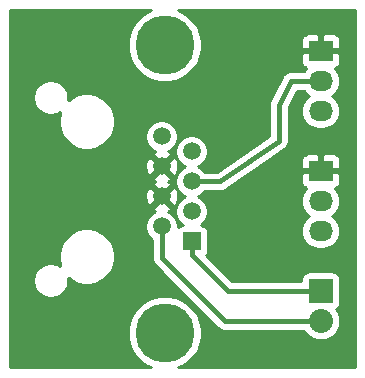
<source format=gbr>
G04 #@! TF.GenerationSoftware,KiCad,Pcbnew,(5.1.2-1)-1*
G04 #@! TF.CreationDate,2019-05-30T18:56:23+02:00*
G04 #@! TF.ProjectId,BBC Joystick Connector,42424320-4a6f-4797-9374-69636b20436f,rev?*
G04 #@! TF.SameCoordinates,Original*
G04 #@! TF.FileFunction,Copper,L2,Bot*
G04 #@! TF.FilePolarity,Positive*
%FSLAX46Y46*%
G04 Gerber Fmt 4.6, Leading zero omitted, Abs format (unit mm)*
G04 Created by KiCad (PCBNEW (5.1.2-1)-1) date 2019-05-30 18:56:23*
%MOMM*%
%LPD*%
G04 APERTURE LIST*
%ADD10C,5.000000*%
%ADD11O,2.032000X2.032000*%
%ADD12R,2.032000X2.032000*%
%ADD13O,2.032000X1.727200*%
%ADD14R,2.032000X1.727200*%
%ADD15C,1.501140*%
%ADD16R,1.501140X1.501140*%
%ADD17C,0.400000*%
%ADD18C,0.254000*%
G04 APERTURE END LIST*
D10*
X134112000Y-60452000D03*
X134112000Y-36068000D03*
D11*
X147320000Y-59436000D03*
D12*
X147320000Y-56896000D03*
D13*
X147320000Y-51816000D03*
X147320000Y-49276000D03*
D14*
X147320000Y-46736000D03*
D13*
X147320000Y-41656000D03*
X147320000Y-39116000D03*
D14*
X147320000Y-36576000D03*
D15*
X133858000Y-43815000D03*
X133858000Y-51435000D03*
X136398000Y-50165000D03*
X133858000Y-48895000D03*
X136398000Y-47625000D03*
X133858000Y-46355000D03*
X136398000Y-45085000D03*
D16*
X136398000Y-52705000D03*
D17*
X133858000Y-51435000D02*
X133858000Y-54102000D01*
X139192000Y-59436000D02*
X147320000Y-59436000D01*
X133858000Y-54102000D02*
X139192000Y-59436000D01*
X143764000Y-41148000D02*
X144780000Y-39116000D01*
X144780000Y-39116000D02*
X147320000Y-39116000D01*
X143764000Y-44196000D02*
X143764000Y-41148000D01*
X138811000Y-47625000D02*
X143764000Y-44196000D01*
X136398000Y-47625000D02*
X138811000Y-47625000D01*
X145904000Y-56896000D02*
X147320000Y-56896000D01*
X139438430Y-56896000D02*
X145904000Y-56896000D01*
X136398000Y-53855570D02*
X139438430Y-56896000D01*
X136398000Y-52705000D02*
X136398000Y-53855570D01*
D18*
G36*
X132627021Y-33289799D02*
G01*
X132113554Y-33632886D01*
X131676886Y-34069554D01*
X131333799Y-34583021D01*
X131097476Y-35153554D01*
X130977000Y-35759229D01*
X130977000Y-36376771D01*
X131097476Y-36982446D01*
X131333799Y-37552979D01*
X131676886Y-38066446D01*
X132113554Y-38503114D01*
X132627021Y-38846201D01*
X133197554Y-39082524D01*
X133803229Y-39203000D01*
X134420771Y-39203000D01*
X135026446Y-39082524D01*
X135596979Y-38846201D01*
X136110446Y-38503114D01*
X136547114Y-38066446D01*
X136890201Y-37552979D01*
X137126524Y-36982446D01*
X137247000Y-36376771D01*
X137247000Y-35759229D01*
X137237686Y-35712400D01*
X145665928Y-35712400D01*
X145669000Y-36290250D01*
X145827750Y-36449000D01*
X147193000Y-36449000D01*
X147193000Y-35236150D01*
X147447000Y-35236150D01*
X147447000Y-36449000D01*
X148812250Y-36449000D01*
X148971000Y-36290250D01*
X148974072Y-35712400D01*
X148961812Y-35587918D01*
X148925502Y-35468220D01*
X148866537Y-35357906D01*
X148787185Y-35261215D01*
X148690494Y-35181863D01*
X148580180Y-35122898D01*
X148460482Y-35086588D01*
X148336000Y-35074328D01*
X147605750Y-35077400D01*
X147447000Y-35236150D01*
X147193000Y-35236150D01*
X147034250Y-35077400D01*
X146304000Y-35074328D01*
X146179518Y-35086588D01*
X146059820Y-35122898D01*
X145949506Y-35181863D01*
X145852815Y-35261215D01*
X145773463Y-35357906D01*
X145714498Y-35468220D01*
X145678188Y-35587918D01*
X145665928Y-35712400D01*
X137237686Y-35712400D01*
X137126524Y-35153554D01*
X136890201Y-34583021D01*
X136547114Y-34069554D01*
X136110446Y-33632886D01*
X135596979Y-33289799D01*
X135252232Y-33147000D01*
X150241000Y-33147000D01*
X150241000Y-63373000D01*
X135252232Y-63373000D01*
X135596979Y-63230201D01*
X136110446Y-62887114D01*
X136547114Y-62450446D01*
X136890201Y-61936979D01*
X137126524Y-61366446D01*
X137247000Y-60760771D01*
X137247000Y-60143229D01*
X137126524Y-59537554D01*
X136890201Y-58967021D01*
X136547114Y-58453554D01*
X136110446Y-58016886D01*
X135596979Y-57673799D01*
X135026446Y-57437476D01*
X134420771Y-57317000D01*
X133803229Y-57317000D01*
X133197554Y-57437476D01*
X132627021Y-57673799D01*
X132113554Y-58016886D01*
X131676886Y-58453554D01*
X131333799Y-58967021D01*
X131097476Y-59537554D01*
X130977000Y-60143229D01*
X130977000Y-60760771D01*
X131097476Y-61366446D01*
X131333799Y-61936979D01*
X131676886Y-62450446D01*
X132113554Y-62887114D01*
X132627021Y-63230201D01*
X132971768Y-63373000D01*
X121031000Y-63373000D01*
X121031000Y-55863740D01*
X122973000Y-55863740D01*
X122973000Y-56156260D01*
X123030068Y-56443158D01*
X123142010Y-56713411D01*
X123304525Y-56956632D01*
X123511368Y-57163475D01*
X123754589Y-57325990D01*
X124024842Y-57437932D01*
X124311740Y-57495000D01*
X124604260Y-57495000D01*
X124891158Y-57437932D01*
X125161411Y-57325990D01*
X125404632Y-57163475D01*
X125611475Y-56956632D01*
X125773990Y-56713411D01*
X125885932Y-56443158D01*
X125943000Y-56156260D01*
X125943000Y-55863740D01*
X125922927Y-55762826D01*
X125987651Y-55827550D01*
X126378279Y-56088560D01*
X126812321Y-56268346D01*
X127273098Y-56360000D01*
X127742902Y-56360000D01*
X128203679Y-56268346D01*
X128637721Y-56088560D01*
X129028349Y-55827550D01*
X129360550Y-55495349D01*
X129621560Y-55104721D01*
X129801346Y-54670679D01*
X129893000Y-54209902D01*
X129893000Y-53740098D01*
X129801346Y-53279321D01*
X129621560Y-52845279D01*
X129360550Y-52454651D01*
X129028349Y-52122450D01*
X128637721Y-51861440D01*
X128203679Y-51681654D01*
X127742902Y-51590000D01*
X127273098Y-51590000D01*
X126812321Y-51681654D01*
X126378279Y-51861440D01*
X125987651Y-52122450D01*
X125655450Y-52454651D01*
X125394440Y-52845279D01*
X125214654Y-53279321D01*
X125123000Y-53740098D01*
X125123000Y-54209902D01*
X125214654Y-54670679D01*
X125248391Y-54752128D01*
X125161411Y-54694010D01*
X124891158Y-54582068D01*
X124604260Y-54525000D01*
X124311740Y-54525000D01*
X124024842Y-54582068D01*
X123754589Y-54694010D01*
X123511368Y-54856525D01*
X123304525Y-55063368D01*
X123142010Y-55306589D01*
X123030068Y-55576842D01*
X122973000Y-55863740D01*
X121031000Y-55863740D01*
X121031000Y-51298533D01*
X132472430Y-51298533D01*
X132472430Y-51571467D01*
X132525677Y-51839156D01*
X132630124Y-52091313D01*
X132781758Y-52318249D01*
X132974751Y-52511242D01*
X133023000Y-52543481D01*
X133023001Y-54060972D01*
X133018960Y-54102000D01*
X133035082Y-54265688D01*
X133082828Y-54423086D01*
X133152379Y-54553206D01*
X133160365Y-54568146D01*
X133264710Y-54695291D01*
X133296574Y-54721441D01*
X138572559Y-59997427D01*
X138598709Y-60029291D01*
X138649370Y-60070867D01*
X138725854Y-60133636D01*
X138870913Y-60211172D01*
X139028311Y-60258918D01*
X139191999Y-60275040D01*
X139233018Y-60271000D01*
X145894268Y-60271000D01*
X145940602Y-60357684D01*
X146146918Y-60609082D01*
X146398316Y-60815398D01*
X146685133Y-60968705D01*
X146996347Y-61063111D01*
X147238896Y-61087000D01*
X147401104Y-61087000D01*
X147643653Y-61063111D01*
X147954867Y-60968705D01*
X148241684Y-60815398D01*
X148493082Y-60609082D01*
X148699398Y-60357684D01*
X148852705Y-60070867D01*
X148947111Y-59759653D01*
X148978988Y-59436000D01*
X148947111Y-59112347D01*
X148852705Y-58801133D01*
X148699398Y-58514316D01*
X148655737Y-58461115D01*
X148690494Y-58442537D01*
X148787185Y-58363185D01*
X148866537Y-58266494D01*
X148925502Y-58156180D01*
X148961812Y-58036482D01*
X148974072Y-57912000D01*
X148974072Y-55880000D01*
X148961812Y-55755518D01*
X148925502Y-55635820D01*
X148866537Y-55525506D01*
X148787185Y-55428815D01*
X148690494Y-55349463D01*
X148580180Y-55290498D01*
X148460482Y-55254188D01*
X148336000Y-55241928D01*
X146304000Y-55241928D01*
X146179518Y-55254188D01*
X146059820Y-55290498D01*
X145949506Y-55349463D01*
X145852815Y-55428815D01*
X145773463Y-55525506D01*
X145714498Y-55635820D01*
X145678188Y-55755518D01*
X145665928Y-55880000D01*
X145665928Y-56061000D01*
X139784298Y-56061000D01*
X137613412Y-53890114D01*
X137679107Y-53810064D01*
X137738072Y-53699750D01*
X137774382Y-53580052D01*
X137786642Y-53455570D01*
X137786642Y-51954430D01*
X137774382Y-51829948D01*
X137738072Y-51710250D01*
X137679107Y-51599936D01*
X137599755Y-51503245D01*
X137503064Y-51423893D01*
X137392750Y-51364928D01*
X137273052Y-51328618D01*
X137166227Y-51318097D01*
X137281249Y-51241242D01*
X137474242Y-51048249D01*
X137625876Y-50821313D01*
X137730323Y-50569156D01*
X137783570Y-50301467D01*
X137783570Y-50028533D01*
X137730323Y-49760844D01*
X137625876Y-49508687D01*
X137474242Y-49281751D01*
X137468491Y-49276000D01*
X145661749Y-49276000D01*
X145690684Y-49569777D01*
X145776375Y-49852264D01*
X145915531Y-50112606D01*
X146102803Y-50340797D01*
X146330994Y-50528069D01*
X146364540Y-50546000D01*
X146330994Y-50563931D01*
X146102803Y-50751203D01*
X145915531Y-50979394D01*
X145776375Y-51239736D01*
X145690684Y-51522223D01*
X145661749Y-51816000D01*
X145690684Y-52109777D01*
X145776375Y-52392264D01*
X145915531Y-52652606D01*
X146102803Y-52880797D01*
X146330994Y-53068069D01*
X146591336Y-53207225D01*
X146873823Y-53292916D01*
X147093981Y-53314600D01*
X147546019Y-53314600D01*
X147766177Y-53292916D01*
X148048664Y-53207225D01*
X148309006Y-53068069D01*
X148537197Y-52880797D01*
X148724469Y-52652606D01*
X148863625Y-52392264D01*
X148949316Y-52109777D01*
X148978251Y-51816000D01*
X148949316Y-51522223D01*
X148863625Y-51239736D01*
X148724469Y-50979394D01*
X148537197Y-50751203D01*
X148309006Y-50563931D01*
X148275460Y-50546000D01*
X148309006Y-50528069D01*
X148537197Y-50340797D01*
X148724469Y-50112606D01*
X148863625Y-49852264D01*
X148949316Y-49569777D01*
X148978251Y-49276000D01*
X148949316Y-48982223D01*
X148863625Y-48699736D01*
X148724469Y-48439394D01*
X148537197Y-48211203D01*
X148529135Y-48204586D01*
X148580180Y-48189102D01*
X148690494Y-48130137D01*
X148787185Y-48050785D01*
X148866537Y-47954094D01*
X148925502Y-47843780D01*
X148961812Y-47724082D01*
X148974072Y-47599600D01*
X148971000Y-47021750D01*
X148812250Y-46863000D01*
X147447000Y-46863000D01*
X147447000Y-46883000D01*
X147193000Y-46883000D01*
X147193000Y-46863000D01*
X145827750Y-46863000D01*
X145669000Y-47021750D01*
X145665928Y-47599600D01*
X145678188Y-47724082D01*
X145714498Y-47843780D01*
X145773463Y-47954094D01*
X145852815Y-48050785D01*
X145949506Y-48130137D01*
X146059820Y-48189102D01*
X146110865Y-48204586D01*
X146102803Y-48211203D01*
X145915531Y-48439394D01*
X145776375Y-48699736D01*
X145690684Y-48982223D01*
X145661749Y-49276000D01*
X137468491Y-49276000D01*
X137281249Y-49088758D01*
X137054313Y-48937124D01*
X136952617Y-48895000D01*
X137054313Y-48852876D01*
X137281249Y-48701242D01*
X137474242Y-48508249D01*
X137506481Y-48460000D01*
X138776890Y-48460000D01*
X138824839Y-48463925D01*
X138899664Y-48455307D01*
X138974689Y-48447918D01*
X138981339Y-48445901D01*
X138988240Y-48445106D01*
X139059959Y-48422052D01*
X139132087Y-48400172D01*
X139138217Y-48396895D01*
X139144829Y-48394770D01*
X139210641Y-48358184D01*
X139277146Y-48322636D01*
X139314353Y-48292101D01*
X142809478Y-45872400D01*
X145665928Y-45872400D01*
X145669000Y-46450250D01*
X145827750Y-46609000D01*
X147193000Y-46609000D01*
X147193000Y-45396150D01*
X147447000Y-45396150D01*
X147447000Y-46609000D01*
X148812250Y-46609000D01*
X148971000Y-46450250D01*
X148974072Y-45872400D01*
X148961812Y-45747918D01*
X148925502Y-45628220D01*
X148866537Y-45517906D01*
X148787185Y-45421215D01*
X148690494Y-45341863D01*
X148580180Y-45282898D01*
X148460482Y-45246588D01*
X148336000Y-45234328D01*
X147605750Y-45237400D01*
X147447000Y-45396150D01*
X147193000Y-45396150D01*
X147034250Y-45237400D01*
X146304000Y-45234328D01*
X146179518Y-45246588D01*
X146059820Y-45282898D01*
X145949506Y-45341863D01*
X145852815Y-45421215D01*
X145773463Y-45517906D01*
X145714498Y-45628220D01*
X145678188Y-45747918D01*
X145665928Y-45872400D01*
X142809478Y-45872400D01*
X144199892Y-44909807D01*
X144230145Y-44893636D01*
X144267335Y-44863116D01*
X144273015Y-44859183D01*
X144299064Y-44837076D01*
X144357291Y-44789291D01*
X144361698Y-44783921D01*
X144366997Y-44779424D01*
X144413837Y-44720389D01*
X144461636Y-44662146D01*
X144464912Y-44656017D01*
X144469230Y-44650575D01*
X144503644Y-44583556D01*
X144539172Y-44517087D01*
X144541189Y-44510436D01*
X144544363Y-44504256D01*
X144565044Y-44431800D01*
X144586918Y-44359689D01*
X144587599Y-44352774D01*
X144589506Y-44346093D01*
X144595652Y-44271015D01*
X144599000Y-44237019D01*
X144599000Y-44230110D01*
X144602925Y-44182161D01*
X144599000Y-44148081D01*
X144599000Y-41345115D01*
X145296058Y-39951000D01*
X145914673Y-39951000D01*
X145915531Y-39952606D01*
X146102803Y-40180797D01*
X146330994Y-40368069D01*
X146364540Y-40386000D01*
X146330994Y-40403931D01*
X146102803Y-40591203D01*
X145915531Y-40819394D01*
X145776375Y-41079736D01*
X145690684Y-41362223D01*
X145661749Y-41656000D01*
X145690684Y-41949777D01*
X145776375Y-42232264D01*
X145915531Y-42492606D01*
X146102803Y-42720797D01*
X146330994Y-42908069D01*
X146591336Y-43047225D01*
X146873823Y-43132916D01*
X147093981Y-43154600D01*
X147546019Y-43154600D01*
X147766177Y-43132916D01*
X148048664Y-43047225D01*
X148309006Y-42908069D01*
X148537197Y-42720797D01*
X148724469Y-42492606D01*
X148863625Y-42232264D01*
X148949316Y-41949777D01*
X148978251Y-41656000D01*
X148949316Y-41362223D01*
X148863625Y-41079736D01*
X148724469Y-40819394D01*
X148537197Y-40591203D01*
X148309006Y-40403931D01*
X148275460Y-40386000D01*
X148309006Y-40368069D01*
X148537197Y-40180797D01*
X148724469Y-39952606D01*
X148863625Y-39692264D01*
X148949316Y-39409777D01*
X148978251Y-39116000D01*
X148949316Y-38822223D01*
X148863625Y-38539736D01*
X148724469Y-38279394D01*
X148537197Y-38051203D01*
X148529135Y-38044586D01*
X148580180Y-38029102D01*
X148690494Y-37970137D01*
X148787185Y-37890785D01*
X148866537Y-37794094D01*
X148925502Y-37683780D01*
X148961812Y-37564082D01*
X148974072Y-37439600D01*
X148971000Y-36861750D01*
X148812250Y-36703000D01*
X147447000Y-36703000D01*
X147447000Y-36723000D01*
X147193000Y-36723000D01*
X147193000Y-36703000D01*
X145827750Y-36703000D01*
X145669000Y-36861750D01*
X145665928Y-37439600D01*
X145678188Y-37564082D01*
X145714498Y-37683780D01*
X145773463Y-37794094D01*
X145852815Y-37890785D01*
X145949506Y-37970137D01*
X146059820Y-38029102D01*
X146110865Y-38044586D01*
X146102803Y-38051203D01*
X145915531Y-38279394D01*
X145914673Y-38281000D01*
X144850775Y-38281000D01*
X144839478Y-38279071D01*
X144768650Y-38281000D01*
X144738981Y-38281000D01*
X144727641Y-38282117D01*
X144675058Y-38283549D01*
X144645986Y-38290159D01*
X144616311Y-38293082D01*
X144565966Y-38308354D01*
X144514672Y-38320017D01*
X144487449Y-38332172D01*
X144458913Y-38340828D01*
X144412509Y-38365631D01*
X144364482Y-38387075D01*
X144340154Y-38404306D01*
X144313854Y-38418364D01*
X144273187Y-38451738D01*
X144230259Y-38482144D01*
X144209757Y-38503794D01*
X144186709Y-38522709D01*
X144153335Y-38563376D01*
X144117163Y-38601573D01*
X144101279Y-38626806D01*
X144082364Y-38649854D01*
X144057565Y-38696250D01*
X144051497Y-38705889D01*
X144038234Y-38732415D01*
X144004828Y-38794913D01*
X144001501Y-38805882D01*
X143022242Y-40764402D01*
X142988829Y-40826913D01*
X142973558Y-40877253D01*
X142954756Y-40926388D01*
X142949736Y-40955784D01*
X142941083Y-40984311D01*
X142935928Y-41036654D01*
X142927071Y-41088522D01*
X142929001Y-41159385D01*
X142929000Y-43758500D01*
X138550167Y-46790000D01*
X137506481Y-46790000D01*
X137474242Y-46741751D01*
X137281249Y-46548758D01*
X137054313Y-46397124D01*
X136952617Y-46355000D01*
X137054313Y-46312876D01*
X137281249Y-46161242D01*
X137474242Y-45968249D01*
X137625876Y-45741313D01*
X137730323Y-45489156D01*
X137783570Y-45221467D01*
X137783570Y-44948533D01*
X137730323Y-44680844D01*
X137625876Y-44428687D01*
X137474242Y-44201751D01*
X137281249Y-44008758D01*
X137054313Y-43857124D01*
X136802156Y-43752677D01*
X136534467Y-43699430D01*
X136261533Y-43699430D01*
X135993844Y-43752677D01*
X135741687Y-43857124D01*
X135514751Y-44008758D01*
X135321758Y-44201751D01*
X135170124Y-44428687D01*
X135065677Y-44680844D01*
X135012430Y-44948533D01*
X135012430Y-45221467D01*
X135065677Y-45489156D01*
X135170124Y-45741313D01*
X135321758Y-45968249D01*
X135514751Y-46161242D01*
X135741687Y-46312876D01*
X135843383Y-46355000D01*
X135741687Y-46397124D01*
X135514751Y-46548758D01*
X135321758Y-46741751D01*
X135170124Y-46968687D01*
X135065677Y-47220844D01*
X135012430Y-47488533D01*
X135012430Y-47761467D01*
X135065677Y-48029156D01*
X135170124Y-48281313D01*
X135321758Y-48508249D01*
X135514751Y-48701242D01*
X135741687Y-48852876D01*
X135843383Y-48895000D01*
X135741687Y-48937124D01*
X135514751Y-49088758D01*
X135321758Y-49281751D01*
X135170124Y-49508687D01*
X135065677Y-49760844D01*
X135012430Y-50028533D01*
X135012430Y-50301467D01*
X135065677Y-50569156D01*
X135170124Y-50821313D01*
X135321758Y-51048249D01*
X135514751Y-51241242D01*
X135629773Y-51318097D01*
X135522948Y-51328618D01*
X135403250Y-51364928D01*
X135292936Y-51423893D01*
X135243570Y-51464407D01*
X135243570Y-51298533D01*
X135190323Y-51030844D01*
X135085876Y-50778687D01*
X134934242Y-50551751D01*
X134741249Y-50358758D01*
X134514313Y-50207124D01*
X134416304Y-50166527D01*
X134457032Y-50151817D01*
X134570201Y-50091326D01*
X134635796Y-49852401D01*
X133858000Y-49074605D01*
X133080204Y-49852401D01*
X133145799Y-50091326D01*
X133303063Y-50165133D01*
X133201687Y-50207124D01*
X132974751Y-50358758D01*
X132781758Y-50551751D01*
X132630124Y-50778687D01*
X132525677Y-51030844D01*
X132472430Y-51298533D01*
X121031000Y-51298533D01*
X121031000Y-48967470D01*
X132467613Y-48967470D01*
X132508467Y-49237329D01*
X132601183Y-49494032D01*
X132661674Y-49607201D01*
X132900599Y-49672796D01*
X133678395Y-48895000D01*
X134037605Y-48895000D01*
X134815401Y-49672796D01*
X135054326Y-49607201D01*
X135170283Y-49360125D01*
X135235809Y-49095173D01*
X135248387Y-48822530D01*
X135207533Y-48552671D01*
X135114817Y-48295968D01*
X135054326Y-48182799D01*
X134815401Y-48117204D01*
X134037605Y-48895000D01*
X133678395Y-48895000D01*
X132900599Y-48117204D01*
X132661674Y-48182799D01*
X132545717Y-48429875D01*
X132480191Y-48694827D01*
X132467613Y-48967470D01*
X121031000Y-48967470D01*
X121031000Y-47312401D01*
X133080204Y-47312401D01*
X133145799Y-47551326D01*
X133299600Y-47623507D01*
X133258968Y-47638183D01*
X133145799Y-47698674D01*
X133080204Y-47937599D01*
X133858000Y-48715395D01*
X134635796Y-47937599D01*
X134570201Y-47698674D01*
X134416400Y-47626493D01*
X134457032Y-47611817D01*
X134570201Y-47551326D01*
X134635796Y-47312401D01*
X133858000Y-46534605D01*
X133080204Y-47312401D01*
X121031000Y-47312401D01*
X121031000Y-46427470D01*
X132467613Y-46427470D01*
X132508467Y-46697329D01*
X132601183Y-46954032D01*
X132661674Y-47067201D01*
X132900599Y-47132796D01*
X133678395Y-46355000D01*
X134037605Y-46355000D01*
X134815401Y-47132796D01*
X135054326Y-47067201D01*
X135170283Y-46820125D01*
X135235809Y-46555173D01*
X135248387Y-46282530D01*
X135207533Y-46012671D01*
X135114817Y-45755968D01*
X135054326Y-45642799D01*
X134815401Y-45577204D01*
X134037605Y-46355000D01*
X133678395Y-46355000D01*
X132900599Y-45577204D01*
X132661674Y-45642799D01*
X132545717Y-45889875D01*
X132480191Y-46154827D01*
X132467613Y-46427470D01*
X121031000Y-46427470D01*
X121031000Y-40363740D01*
X122973000Y-40363740D01*
X122973000Y-40656260D01*
X123030068Y-40943158D01*
X123142010Y-41213411D01*
X123304525Y-41456632D01*
X123511368Y-41663475D01*
X123754589Y-41825990D01*
X124024842Y-41937932D01*
X124311740Y-41995000D01*
X124604260Y-41995000D01*
X124891158Y-41937932D01*
X125161411Y-41825990D01*
X125248391Y-41767872D01*
X125214654Y-41849321D01*
X125123000Y-42310098D01*
X125123000Y-42779902D01*
X125214654Y-43240679D01*
X125394440Y-43674721D01*
X125655450Y-44065349D01*
X125987651Y-44397550D01*
X126378279Y-44658560D01*
X126812321Y-44838346D01*
X127273098Y-44930000D01*
X127742902Y-44930000D01*
X128203679Y-44838346D01*
X128637721Y-44658560D01*
X129028349Y-44397550D01*
X129360550Y-44065349D01*
X129619012Y-43678533D01*
X132472430Y-43678533D01*
X132472430Y-43951467D01*
X132525677Y-44219156D01*
X132630124Y-44471313D01*
X132781758Y-44698249D01*
X132974751Y-44891242D01*
X133201687Y-45042876D01*
X133299696Y-45083473D01*
X133258968Y-45098183D01*
X133145799Y-45158674D01*
X133080204Y-45397599D01*
X133858000Y-46175395D01*
X134635796Y-45397599D01*
X134570201Y-45158674D01*
X134412937Y-45084867D01*
X134514313Y-45042876D01*
X134741249Y-44891242D01*
X134934242Y-44698249D01*
X135085876Y-44471313D01*
X135190323Y-44219156D01*
X135243570Y-43951467D01*
X135243570Y-43678533D01*
X135190323Y-43410844D01*
X135085876Y-43158687D01*
X134934242Y-42931751D01*
X134741249Y-42738758D01*
X134514313Y-42587124D01*
X134262156Y-42482677D01*
X133994467Y-42429430D01*
X133721533Y-42429430D01*
X133453844Y-42482677D01*
X133201687Y-42587124D01*
X132974751Y-42738758D01*
X132781758Y-42931751D01*
X132630124Y-43158687D01*
X132525677Y-43410844D01*
X132472430Y-43678533D01*
X129619012Y-43678533D01*
X129621560Y-43674721D01*
X129801346Y-43240679D01*
X129893000Y-42779902D01*
X129893000Y-42310098D01*
X129801346Y-41849321D01*
X129621560Y-41415279D01*
X129360550Y-41024651D01*
X129028349Y-40692450D01*
X128637721Y-40431440D01*
X128203679Y-40251654D01*
X127742902Y-40160000D01*
X127273098Y-40160000D01*
X126812321Y-40251654D01*
X126378279Y-40431440D01*
X125987651Y-40692450D01*
X125922927Y-40757174D01*
X125943000Y-40656260D01*
X125943000Y-40363740D01*
X125885932Y-40076842D01*
X125773990Y-39806589D01*
X125611475Y-39563368D01*
X125404632Y-39356525D01*
X125161411Y-39194010D01*
X124891158Y-39082068D01*
X124604260Y-39025000D01*
X124311740Y-39025000D01*
X124024842Y-39082068D01*
X123754589Y-39194010D01*
X123511368Y-39356525D01*
X123304525Y-39563368D01*
X123142010Y-39806589D01*
X123030068Y-40076842D01*
X122973000Y-40363740D01*
X121031000Y-40363740D01*
X121031000Y-33147000D01*
X132971768Y-33147000D01*
X132627021Y-33289799D01*
X132627021Y-33289799D01*
G37*
X132627021Y-33289799D02*
X132113554Y-33632886D01*
X131676886Y-34069554D01*
X131333799Y-34583021D01*
X131097476Y-35153554D01*
X130977000Y-35759229D01*
X130977000Y-36376771D01*
X131097476Y-36982446D01*
X131333799Y-37552979D01*
X131676886Y-38066446D01*
X132113554Y-38503114D01*
X132627021Y-38846201D01*
X133197554Y-39082524D01*
X133803229Y-39203000D01*
X134420771Y-39203000D01*
X135026446Y-39082524D01*
X135596979Y-38846201D01*
X136110446Y-38503114D01*
X136547114Y-38066446D01*
X136890201Y-37552979D01*
X137126524Y-36982446D01*
X137247000Y-36376771D01*
X137247000Y-35759229D01*
X137237686Y-35712400D01*
X145665928Y-35712400D01*
X145669000Y-36290250D01*
X145827750Y-36449000D01*
X147193000Y-36449000D01*
X147193000Y-35236150D01*
X147447000Y-35236150D01*
X147447000Y-36449000D01*
X148812250Y-36449000D01*
X148971000Y-36290250D01*
X148974072Y-35712400D01*
X148961812Y-35587918D01*
X148925502Y-35468220D01*
X148866537Y-35357906D01*
X148787185Y-35261215D01*
X148690494Y-35181863D01*
X148580180Y-35122898D01*
X148460482Y-35086588D01*
X148336000Y-35074328D01*
X147605750Y-35077400D01*
X147447000Y-35236150D01*
X147193000Y-35236150D01*
X147034250Y-35077400D01*
X146304000Y-35074328D01*
X146179518Y-35086588D01*
X146059820Y-35122898D01*
X145949506Y-35181863D01*
X145852815Y-35261215D01*
X145773463Y-35357906D01*
X145714498Y-35468220D01*
X145678188Y-35587918D01*
X145665928Y-35712400D01*
X137237686Y-35712400D01*
X137126524Y-35153554D01*
X136890201Y-34583021D01*
X136547114Y-34069554D01*
X136110446Y-33632886D01*
X135596979Y-33289799D01*
X135252232Y-33147000D01*
X150241000Y-33147000D01*
X150241000Y-63373000D01*
X135252232Y-63373000D01*
X135596979Y-63230201D01*
X136110446Y-62887114D01*
X136547114Y-62450446D01*
X136890201Y-61936979D01*
X137126524Y-61366446D01*
X137247000Y-60760771D01*
X137247000Y-60143229D01*
X137126524Y-59537554D01*
X136890201Y-58967021D01*
X136547114Y-58453554D01*
X136110446Y-58016886D01*
X135596979Y-57673799D01*
X135026446Y-57437476D01*
X134420771Y-57317000D01*
X133803229Y-57317000D01*
X133197554Y-57437476D01*
X132627021Y-57673799D01*
X132113554Y-58016886D01*
X131676886Y-58453554D01*
X131333799Y-58967021D01*
X131097476Y-59537554D01*
X130977000Y-60143229D01*
X130977000Y-60760771D01*
X131097476Y-61366446D01*
X131333799Y-61936979D01*
X131676886Y-62450446D01*
X132113554Y-62887114D01*
X132627021Y-63230201D01*
X132971768Y-63373000D01*
X121031000Y-63373000D01*
X121031000Y-55863740D01*
X122973000Y-55863740D01*
X122973000Y-56156260D01*
X123030068Y-56443158D01*
X123142010Y-56713411D01*
X123304525Y-56956632D01*
X123511368Y-57163475D01*
X123754589Y-57325990D01*
X124024842Y-57437932D01*
X124311740Y-57495000D01*
X124604260Y-57495000D01*
X124891158Y-57437932D01*
X125161411Y-57325990D01*
X125404632Y-57163475D01*
X125611475Y-56956632D01*
X125773990Y-56713411D01*
X125885932Y-56443158D01*
X125943000Y-56156260D01*
X125943000Y-55863740D01*
X125922927Y-55762826D01*
X125987651Y-55827550D01*
X126378279Y-56088560D01*
X126812321Y-56268346D01*
X127273098Y-56360000D01*
X127742902Y-56360000D01*
X128203679Y-56268346D01*
X128637721Y-56088560D01*
X129028349Y-55827550D01*
X129360550Y-55495349D01*
X129621560Y-55104721D01*
X129801346Y-54670679D01*
X129893000Y-54209902D01*
X129893000Y-53740098D01*
X129801346Y-53279321D01*
X129621560Y-52845279D01*
X129360550Y-52454651D01*
X129028349Y-52122450D01*
X128637721Y-51861440D01*
X128203679Y-51681654D01*
X127742902Y-51590000D01*
X127273098Y-51590000D01*
X126812321Y-51681654D01*
X126378279Y-51861440D01*
X125987651Y-52122450D01*
X125655450Y-52454651D01*
X125394440Y-52845279D01*
X125214654Y-53279321D01*
X125123000Y-53740098D01*
X125123000Y-54209902D01*
X125214654Y-54670679D01*
X125248391Y-54752128D01*
X125161411Y-54694010D01*
X124891158Y-54582068D01*
X124604260Y-54525000D01*
X124311740Y-54525000D01*
X124024842Y-54582068D01*
X123754589Y-54694010D01*
X123511368Y-54856525D01*
X123304525Y-55063368D01*
X123142010Y-55306589D01*
X123030068Y-55576842D01*
X122973000Y-55863740D01*
X121031000Y-55863740D01*
X121031000Y-51298533D01*
X132472430Y-51298533D01*
X132472430Y-51571467D01*
X132525677Y-51839156D01*
X132630124Y-52091313D01*
X132781758Y-52318249D01*
X132974751Y-52511242D01*
X133023000Y-52543481D01*
X133023001Y-54060972D01*
X133018960Y-54102000D01*
X133035082Y-54265688D01*
X133082828Y-54423086D01*
X133152379Y-54553206D01*
X133160365Y-54568146D01*
X133264710Y-54695291D01*
X133296574Y-54721441D01*
X138572559Y-59997427D01*
X138598709Y-60029291D01*
X138649370Y-60070867D01*
X138725854Y-60133636D01*
X138870913Y-60211172D01*
X139028311Y-60258918D01*
X139191999Y-60275040D01*
X139233018Y-60271000D01*
X145894268Y-60271000D01*
X145940602Y-60357684D01*
X146146918Y-60609082D01*
X146398316Y-60815398D01*
X146685133Y-60968705D01*
X146996347Y-61063111D01*
X147238896Y-61087000D01*
X147401104Y-61087000D01*
X147643653Y-61063111D01*
X147954867Y-60968705D01*
X148241684Y-60815398D01*
X148493082Y-60609082D01*
X148699398Y-60357684D01*
X148852705Y-60070867D01*
X148947111Y-59759653D01*
X148978988Y-59436000D01*
X148947111Y-59112347D01*
X148852705Y-58801133D01*
X148699398Y-58514316D01*
X148655737Y-58461115D01*
X148690494Y-58442537D01*
X148787185Y-58363185D01*
X148866537Y-58266494D01*
X148925502Y-58156180D01*
X148961812Y-58036482D01*
X148974072Y-57912000D01*
X148974072Y-55880000D01*
X148961812Y-55755518D01*
X148925502Y-55635820D01*
X148866537Y-55525506D01*
X148787185Y-55428815D01*
X148690494Y-55349463D01*
X148580180Y-55290498D01*
X148460482Y-55254188D01*
X148336000Y-55241928D01*
X146304000Y-55241928D01*
X146179518Y-55254188D01*
X146059820Y-55290498D01*
X145949506Y-55349463D01*
X145852815Y-55428815D01*
X145773463Y-55525506D01*
X145714498Y-55635820D01*
X145678188Y-55755518D01*
X145665928Y-55880000D01*
X145665928Y-56061000D01*
X139784298Y-56061000D01*
X137613412Y-53890114D01*
X137679107Y-53810064D01*
X137738072Y-53699750D01*
X137774382Y-53580052D01*
X137786642Y-53455570D01*
X137786642Y-51954430D01*
X137774382Y-51829948D01*
X137738072Y-51710250D01*
X137679107Y-51599936D01*
X137599755Y-51503245D01*
X137503064Y-51423893D01*
X137392750Y-51364928D01*
X137273052Y-51328618D01*
X137166227Y-51318097D01*
X137281249Y-51241242D01*
X137474242Y-51048249D01*
X137625876Y-50821313D01*
X137730323Y-50569156D01*
X137783570Y-50301467D01*
X137783570Y-50028533D01*
X137730323Y-49760844D01*
X137625876Y-49508687D01*
X137474242Y-49281751D01*
X137468491Y-49276000D01*
X145661749Y-49276000D01*
X145690684Y-49569777D01*
X145776375Y-49852264D01*
X145915531Y-50112606D01*
X146102803Y-50340797D01*
X146330994Y-50528069D01*
X146364540Y-50546000D01*
X146330994Y-50563931D01*
X146102803Y-50751203D01*
X145915531Y-50979394D01*
X145776375Y-51239736D01*
X145690684Y-51522223D01*
X145661749Y-51816000D01*
X145690684Y-52109777D01*
X145776375Y-52392264D01*
X145915531Y-52652606D01*
X146102803Y-52880797D01*
X146330994Y-53068069D01*
X146591336Y-53207225D01*
X146873823Y-53292916D01*
X147093981Y-53314600D01*
X147546019Y-53314600D01*
X147766177Y-53292916D01*
X148048664Y-53207225D01*
X148309006Y-53068069D01*
X148537197Y-52880797D01*
X148724469Y-52652606D01*
X148863625Y-52392264D01*
X148949316Y-52109777D01*
X148978251Y-51816000D01*
X148949316Y-51522223D01*
X148863625Y-51239736D01*
X148724469Y-50979394D01*
X148537197Y-50751203D01*
X148309006Y-50563931D01*
X148275460Y-50546000D01*
X148309006Y-50528069D01*
X148537197Y-50340797D01*
X148724469Y-50112606D01*
X148863625Y-49852264D01*
X148949316Y-49569777D01*
X148978251Y-49276000D01*
X148949316Y-48982223D01*
X148863625Y-48699736D01*
X148724469Y-48439394D01*
X148537197Y-48211203D01*
X148529135Y-48204586D01*
X148580180Y-48189102D01*
X148690494Y-48130137D01*
X148787185Y-48050785D01*
X148866537Y-47954094D01*
X148925502Y-47843780D01*
X148961812Y-47724082D01*
X148974072Y-47599600D01*
X148971000Y-47021750D01*
X148812250Y-46863000D01*
X147447000Y-46863000D01*
X147447000Y-46883000D01*
X147193000Y-46883000D01*
X147193000Y-46863000D01*
X145827750Y-46863000D01*
X145669000Y-47021750D01*
X145665928Y-47599600D01*
X145678188Y-47724082D01*
X145714498Y-47843780D01*
X145773463Y-47954094D01*
X145852815Y-48050785D01*
X145949506Y-48130137D01*
X146059820Y-48189102D01*
X146110865Y-48204586D01*
X146102803Y-48211203D01*
X145915531Y-48439394D01*
X145776375Y-48699736D01*
X145690684Y-48982223D01*
X145661749Y-49276000D01*
X137468491Y-49276000D01*
X137281249Y-49088758D01*
X137054313Y-48937124D01*
X136952617Y-48895000D01*
X137054313Y-48852876D01*
X137281249Y-48701242D01*
X137474242Y-48508249D01*
X137506481Y-48460000D01*
X138776890Y-48460000D01*
X138824839Y-48463925D01*
X138899664Y-48455307D01*
X138974689Y-48447918D01*
X138981339Y-48445901D01*
X138988240Y-48445106D01*
X139059959Y-48422052D01*
X139132087Y-48400172D01*
X139138217Y-48396895D01*
X139144829Y-48394770D01*
X139210641Y-48358184D01*
X139277146Y-48322636D01*
X139314353Y-48292101D01*
X142809478Y-45872400D01*
X145665928Y-45872400D01*
X145669000Y-46450250D01*
X145827750Y-46609000D01*
X147193000Y-46609000D01*
X147193000Y-45396150D01*
X147447000Y-45396150D01*
X147447000Y-46609000D01*
X148812250Y-46609000D01*
X148971000Y-46450250D01*
X148974072Y-45872400D01*
X148961812Y-45747918D01*
X148925502Y-45628220D01*
X148866537Y-45517906D01*
X148787185Y-45421215D01*
X148690494Y-45341863D01*
X148580180Y-45282898D01*
X148460482Y-45246588D01*
X148336000Y-45234328D01*
X147605750Y-45237400D01*
X147447000Y-45396150D01*
X147193000Y-45396150D01*
X147034250Y-45237400D01*
X146304000Y-45234328D01*
X146179518Y-45246588D01*
X146059820Y-45282898D01*
X145949506Y-45341863D01*
X145852815Y-45421215D01*
X145773463Y-45517906D01*
X145714498Y-45628220D01*
X145678188Y-45747918D01*
X145665928Y-45872400D01*
X142809478Y-45872400D01*
X144199892Y-44909807D01*
X144230145Y-44893636D01*
X144267335Y-44863116D01*
X144273015Y-44859183D01*
X144299064Y-44837076D01*
X144357291Y-44789291D01*
X144361698Y-44783921D01*
X144366997Y-44779424D01*
X144413837Y-44720389D01*
X144461636Y-44662146D01*
X144464912Y-44656017D01*
X144469230Y-44650575D01*
X144503644Y-44583556D01*
X144539172Y-44517087D01*
X144541189Y-44510436D01*
X144544363Y-44504256D01*
X144565044Y-44431800D01*
X144586918Y-44359689D01*
X144587599Y-44352774D01*
X144589506Y-44346093D01*
X144595652Y-44271015D01*
X144599000Y-44237019D01*
X144599000Y-44230110D01*
X144602925Y-44182161D01*
X144599000Y-44148081D01*
X144599000Y-41345115D01*
X145296058Y-39951000D01*
X145914673Y-39951000D01*
X145915531Y-39952606D01*
X146102803Y-40180797D01*
X146330994Y-40368069D01*
X146364540Y-40386000D01*
X146330994Y-40403931D01*
X146102803Y-40591203D01*
X145915531Y-40819394D01*
X145776375Y-41079736D01*
X145690684Y-41362223D01*
X145661749Y-41656000D01*
X145690684Y-41949777D01*
X145776375Y-42232264D01*
X145915531Y-42492606D01*
X146102803Y-42720797D01*
X146330994Y-42908069D01*
X146591336Y-43047225D01*
X146873823Y-43132916D01*
X147093981Y-43154600D01*
X147546019Y-43154600D01*
X147766177Y-43132916D01*
X148048664Y-43047225D01*
X148309006Y-42908069D01*
X148537197Y-42720797D01*
X148724469Y-42492606D01*
X148863625Y-42232264D01*
X148949316Y-41949777D01*
X148978251Y-41656000D01*
X148949316Y-41362223D01*
X148863625Y-41079736D01*
X148724469Y-40819394D01*
X148537197Y-40591203D01*
X148309006Y-40403931D01*
X148275460Y-40386000D01*
X148309006Y-40368069D01*
X148537197Y-40180797D01*
X148724469Y-39952606D01*
X148863625Y-39692264D01*
X148949316Y-39409777D01*
X148978251Y-39116000D01*
X148949316Y-38822223D01*
X148863625Y-38539736D01*
X148724469Y-38279394D01*
X148537197Y-38051203D01*
X148529135Y-38044586D01*
X148580180Y-38029102D01*
X148690494Y-37970137D01*
X148787185Y-37890785D01*
X148866537Y-37794094D01*
X148925502Y-37683780D01*
X148961812Y-37564082D01*
X148974072Y-37439600D01*
X148971000Y-36861750D01*
X148812250Y-36703000D01*
X147447000Y-36703000D01*
X147447000Y-36723000D01*
X147193000Y-36723000D01*
X147193000Y-36703000D01*
X145827750Y-36703000D01*
X145669000Y-36861750D01*
X145665928Y-37439600D01*
X145678188Y-37564082D01*
X145714498Y-37683780D01*
X145773463Y-37794094D01*
X145852815Y-37890785D01*
X145949506Y-37970137D01*
X146059820Y-38029102D01*
X146110865Y-38044586D01*
X146102803Y-38051203D01*
X145915531Y-38279394D01*
X145914673Y-38281000D01*
X144850775Y-38281000D01*
X144839478Y-38279071D01*
X144768650Y-38281000D01*
X144738981Y-38281000D01*
X144727641Y-38282117D01*
X144675058Y-38283549D01*
X144645986Y-38290159D01*
X144616311Y-38293082D01*
X144565966Y-38308354D01*
X144514672Y-38320017D01*
X144487449Y-38332172D01*
X144458913Y-38340828D01*
X144412509Y-38365631D01*
X144364482Y-38387075D01*
X144340154Y-38404306D01*
X144313854Y-38418364D01*
X144273187Y-38451738D01*
X144230259Y-38482144D01*
X144209757Y-38503794D01*
X144186709Y-38522709D01*
X144153335Y-38563376D01*
X144117163Y-38601573D01*
X144101279Y-38626806D01*
X144082364Y-38649854D01*
X144057565Y-38696250D01*
X144051497Y-38705889D01*
X144038234Y-38732415D01*
X144004828Y-38794913D01*
X144001501Y-38805882D01*
X143022242Y-40764402D01*
X142988829Y-40826913D01*
X142973558Y-40877253D01*
X142954756Y-40926388D01*
X142949736Y-40955784D01*
X142941083Y-40984311D01*
X142935928Y-41036654D01*
X142927071Y-41088522D01*
X142929001Y-41159385D01*
X142929000Y-43758500D01*
X138550167Y-46790000D01*
X137506481Y-46790000D01*
X137474242Y-46741751D01*
X137281249Y-46548758D01*
X137054313Y-46397124D01*
X136952617Y-46355000D01*
X137054313Y-46312876D01*
X137281249Y-46161242D01*
X137474242Y-45968249D01*
X137625876Y-45741313D01*
X137730323Y-45489156D01*
X137783570Y-45221467D01*
X137783570Y-44948533D01*
X137730323Y-44680844D01*
X137625876Y-44428687D01*
X137474242Y-44201751D01*
X137281249Y-44008758D01*
X137054313Y-43857124D01*
X136802156Y-43752677D01*
X136534467Y-43699430D01*
X136261533Y-43699430D01*
X135993844Y-43752677D01*
X135741687Y-43857124D01*
X135514751Y-44008758D01*
X135321758Y-44201751D01*
X135170124Y-44428687D01*
X135065677Y-44680844D01*
X135012430Y-44948533D01*
X135012430Y-45221467D01*
X135065677Y-45489156D01*
X135170124Y-45741313D01*
X135321758Y-45968249D01*
X135514751Y-46161242D01*
X135741687Y-46312876D01*
X135843383Y-46355000D01*
X135741687Y-46397124D01*
X135514751Y-46548758D01*
X135321758Y-46741751D01*
X135170124Y-46968687D01*
X135065677Y-47220844D01*
X135012430Y-47488533D01*
X135012430Y-47761467D01*
X135065677Y-48029156D01*
X135170124Y-48281313D01*
X135321758Y-48508249D01*
X135514751Y-48701242D01*
X135741687Y-48852876D01*
X135843383Y-48895000D01*
X135741687Y-48937124D01*
X135514751Y-49088758D01*
X135321758Y-49281751D01*
X135170124Y-49508687D01*
X135065677Y-49760844D01*
X135012430Y-50028533D01*
X135012430Y-50301467D01*
X135065677Y-50569156D01*
X135170124Y-50821313D01*
X135321758Y-51048249D01*
X135514751Y-51241242D01*
X135629773Y-51318097D01*
X135522948Y-51328618D01*
X135403250Y-51364928D01*
X135292936Y-51423893D01*
X135243570Y-51464407D01*
X135243570Y-51298533D01*
X135190323Y-51030844D01*
X135085876Y-50778687D01*
X134934242Y-50551751D01*
X134741249Y-50358758D01*
X134514313Y-50207124D01*
X134416304Y-50166527D01*
X134457032Y-50151817D01*
X134570201Y-50091326D01*
X134635796Y-49852401D01*
X133858000Y-49074605D01*
X133080204Y-49852401D01*
X133145799Y-50091326D01*
X133303063Y-50165133D01*
X133201687Y-50207124D01*
X132974751Y-50358758D01*
X132781758Y-50551751D01*
X132630124Y-50778687D01*
X132525677Y-51030844D01*
X132472430Y-51298533D01*
X121031000Y-51298533D01*
X121031000Y-48967470D01*
X132467613Y-48967470D01*
X132508467Y-49237329D01*
X132601183Y-49494032D01*
X132661674Y-49607201D01*
X132900599Y-49672796D01*
X133678395Y-48895000D01*
X134037605Y-48895000D01*
X134815401Y-49672796D01*
X135054326Y-49607201D01*
X135170283Y-49360125D01*
X135235809Y-49095173D01*
X135248387Y-48822530D01*
X135207533Y-48552671D01*
X135114817Y-48295968D01*
X135054326Y-48182799D01*
X134815401Y-48117204D01*
X134037605Y-48895000D01*
X133678395Y-48895000D01*
X132900599Y-48117204D01*
X132661674Y-48182799D01*
X132545717Y-48429875D01*
X132480191Y-48694827D01*
X132467613Y-48967470D01*
X121031000Y-48967470D01*
X121031000Y-47312401D01*
X133080204Y-47312401D01*
X133145799Y-47551326D01*
X133299600Y-47623507D01*
X133258968Y-47638183D01*
X133145799Y-47698674D01*
X133080204Y-47937599D01*
X133858000Y-48715395D01*
X134635796Y-47937599D01*
X134570201Y-47698674D01*
X134416400Y-47626493D01*
X134457032Y-47611817D01*
X134570201Y-47551326D01*
X134635796Y-47312401D01*
X133858000Y-46534605D01*
X133080204Y-47312401D01*
X121031000Y-47312401D01*
X121031000Y-46427470D01*
X132467613Y-46427470D01*
X132508467Y-46697329D01*
X132601183Y-46954032D01*
X132661674Y-47067201D01*
X132900599Y-47132796D01*
X133678395Y-46355000D01*
X134037605Y-46355000D01*
X134815401Y-47132796D01*
X135054326Y-47067201D01*
X135170283Y-46820125D01*
X135235809Y-46555173D01*
X135248387Y-46282530D01*
X135207533Y-46012671D01*
X135114817Y-45755968D01*
X135054326Y-45642799D01*
X134815401Y-45577204D01*
X134037605Y-46355000D01*
X133678395Y-46355000D01*
X132900599Y-45577204D01*
X132661674Y-45642799D01*
X132545717Y-45889875D01*
X132480191Y-46154827D01*
X132467613Y-46427470D01*
X121031000Y-46427470D01*
X121031000Y-40363740D01*
X122973000Y-40363740D01*
X122973000Y-40656260D01*
X123030068Y-40943158D01*
X123142010Y-41213411D01*
X123304525Y-41456632D01*
X123511368Y-41663475D01*
X123754589Y-41825990D01*
X124024842Y-41937932D01*
X124311740Y-41995000D01*
X124604260Y-41995000D01*
X124891158Y-41937932D01*
X125161411Y-41825990D01*
X125248391Y-41767872D01*
X125214654Y-41849321D01*
X125123000Y-42310098D01*
X125123000Y-42779902D01*
X125214654Y-43240679D01*
X125394440Y-43674721D01*
X125655450Y-44065349D01*
X125987651Y-44397550D01*
X126378279Y-44658560D01*
X126812321Y-44838346D01*
X127273098Y-44930000D01*
X127742902Y-44930000D01*
X128203679Y-44838346D01*
X128637721Y-44658560D01*
X129028349Y-44397550D01*
X129360550Y-44065349D01*
X129619012Y-43678533D01*
X132472430Y-43678533D01*
X132472430Y-43951467D01*
X132525677Y-44219156D01*
X132630124Y-44471313D01*
X132781758Y-44698249D01*
X132974751Y-44891242D01*
X133201687Y-45042876D01*
X133299696Y-45083473D01*
X133258968Y-45098183D01*
X133145799Y-45158674D01*
X133080204Y-45397599D01*
X133858000Y-46175395D01*
X134635796Y-45397599D01*
X134570201Y-45158674D01*
X134412937Y-45084867D01*
X134514313Y-45042876D01*
X134741249Y-44891242D01*
X134934242Y-44698249D01*
X135085876Y-44471313D01*
X135190323Y-44219156D01*
X135243570Y-43951467D01*
X135243570Y-43678533D01*
X135190323Y-43410844D01*
X135085876Y-43158687D01*
X134934242Y-42931751D01*
X134741249Y-42738758D01*
X134514313Y-42587124D01*
X134262156Y-42482677D01*
X133994467Y-42429430D01*
X133721533Y-42429430D01*
X133453844Y-42482677D01*
X133201687Y-42587124D01*
X132974751Y-42738758D01*
X132781758Y-42931751D01*
X132630124Y-43158687D01*
X132525677Y-43410844D01*
X132472430Y-43678533D01*
X129619012Y-43678533D01*
X129621560Y-43674721D01*
X129801346Y-43240679D01*
X129893000Y-42779902D01*
X129893000Y-42310098D01*
X129801346Y-41849321D01*
X129621560Y-41415279D01*
X129360550Y-41024651D01*
X129028349Y-40692450D01*
X128637721Y-40431440D01*
X128203679Y-40251654D01*
X127742902Y-40160000D01*
X127273098Y-40160000D01*
X126812321Y-40251654D01*
X126378279Y-40431440D01*
X125987651Y-40692450D01*
X125922927Y-40757174D01*
X125943000Y-40656260D01*
X125943000Y-40363740D01*
X125885932Y-40076842D01*
X125773990Y-39806589D01*
X125611475Y-39563368D01*
X125404632Y-39356525D01*
X125161411Y-39194010D01*
X124891158Y-39082068D01*
X124604260Y-39025000D01*
X124311740Y-39025000D01*
X124024842Y-39082068D01*
X123754589Y-39194010D01*
X123511368Y-39356525D01*
X123304525Y-39563368D01*
X123142010Y-39806589D01*
X123030068Y-40076842D01*
X122973000Y-40363740D01*
X121031000Y-40363740D01*
X121031000Y-33147000D01*
X132971768Y-33147000D01*
X132627021Y-33289799D01*
M02*

</source>
